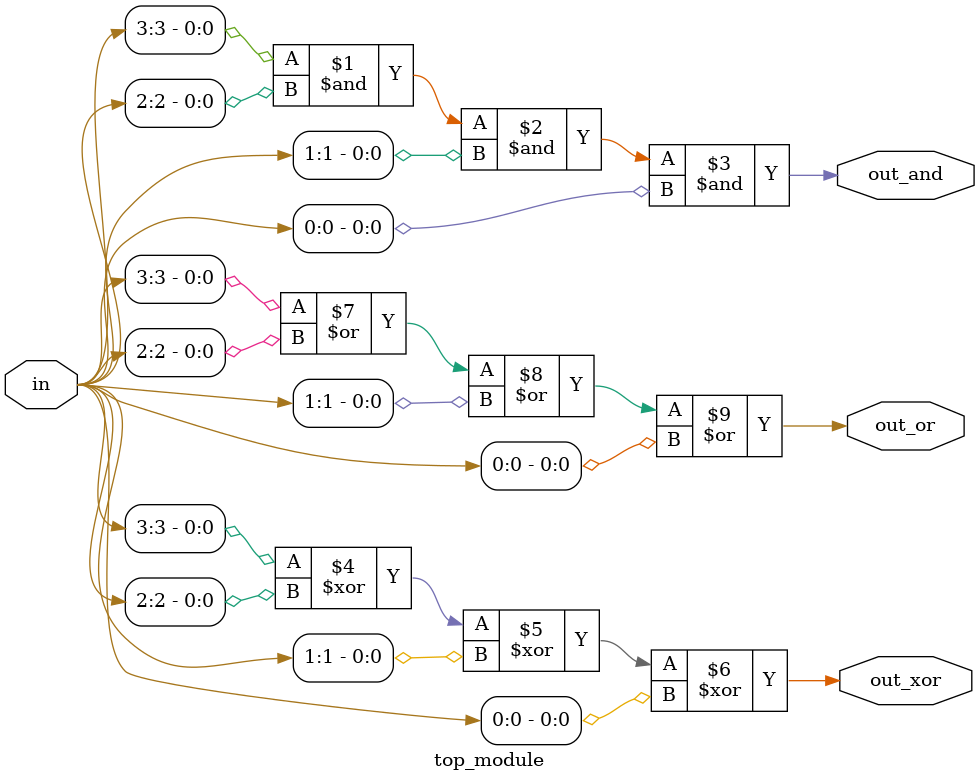
<source format=v>
module top_module( 
    input [3:0] in,
    output out_and,
    output out_or,
    output out_xor
);
    assign out_and = in[3]&in[2]&in[1]&in[0];
    assign out_xor = in[3]^in[2]^in[1]^in[0];
    assign out_or =  in[3]|in[2]|in[1]|in[0];
endmodule

</source>
